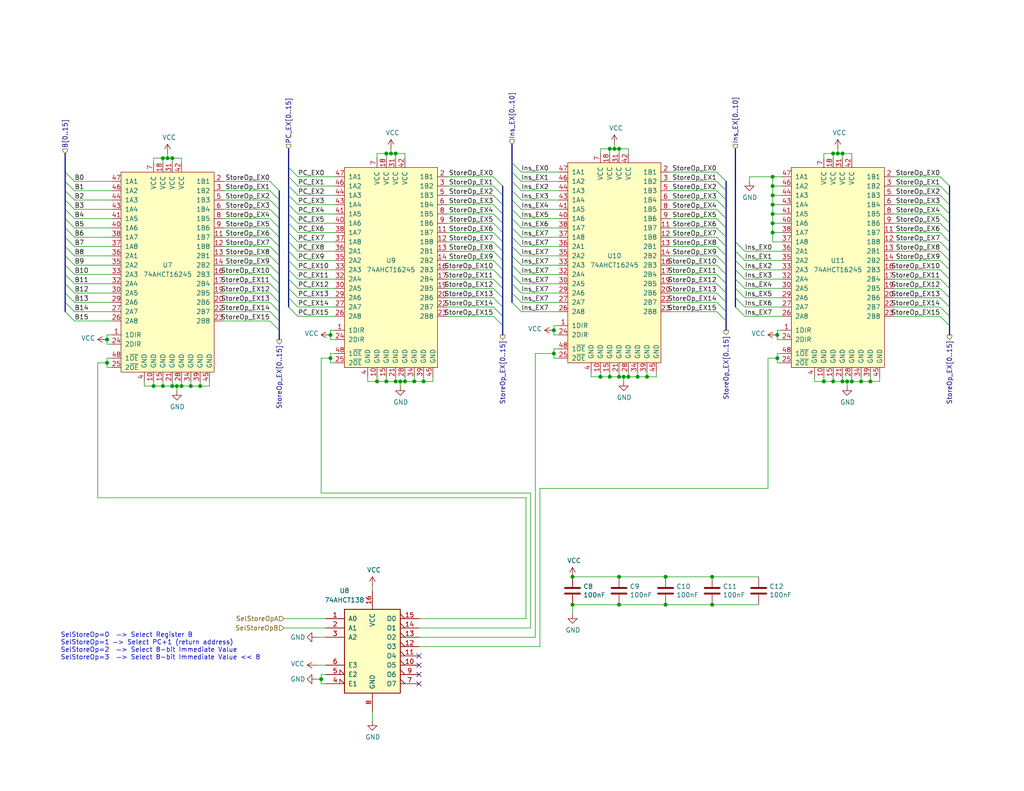
<source format=kicad_sch>
(kicad_sch (version 20211123) (generator eeschema)
  (paper "USLetter")
  (title_block (title "Select Store Operand") (date "2022-04-12") (rev "A") (comment 3 "the program counter value, or an eight-bit immediate value.") (comment 4 "The Store Operand can be taken from either the value on port B of the register file,"))
  (lib_symbols
    (symbol "74xx (kicad5):74AHCT16245_ab" (pin_names (offset 1.016))
      (property "Reference" "U" (at 0 1.27 0))
      (property "Value" "74AHCT16245_ab" (at 0 -1.27 0))
      (symbol "74AHCT16245_ab_0_1"
        (rectangle (start -12.7 26.67) (end 12.7 -27.94) (fill (type background)))
      )
      (symbol "74AHCT16245_ab_1_1"
        (pin input line (at -15.24 -17.78 0) (length 2.54) (name "1DIR") (number "1"))
        (pin power_in line (at -3.81 -30.48 90) (length 2.54) (name "GND") (number "10"))
        (pin tri_state line (at 15.24 8.89 180) (length 2.54) (name "1B7") (number "11"))
        (pin tri_state line (at 15.24 6.35 180) (length 2.54) (name "1B8") (number "12"))
        (pin tri_state line (at 15.24 3.81 180) (length 2.54) (name "2B1") (number "13"))
        (pin tri_state line (at 15.24 1.27 180) (length 2.54) (name "2B2") (number "14"))
        (pin power_in line (at -1.27 -30.48 90) (length 2.54) (name "GND") (number "15"))
        (pin tri_state line (at 15.24 -1.27 180) (length 2.54) (name "2B3") (number "16"))
        (pin tri_state line (at 15.24 -3.81 180) (length 2.54) (name "2B4") (number "17"))
        (pin power_in line (at -1.27 29.21 270) (length 2.54) (name "VCC") (number "18"))
        (pin tri_state line (at 15.24 -6.35 180) (length 2.54) (name "2B5") (number "19"))
        (pin tri_state line (at 15.24 24.13 180) (length 2.54) (name "1B1") (number "2"))
        (pin tri_state line (at 15.24 -8.89 180) (length 2.54) (name "2B6") (number "20"))
        (pin power_in line (at 1.27 -30.48 90) (length 2.54) (name "GND") (number "21"))
        (pin tri_state line (at 15.24 -11.43 180) (length 2.54) (name "2B7") (number "22"))
        (pin tri_state line (at 15.24 -13.97 180) (length 2.54) (name "2B8") (number "23"))
        (pin input line (at -15.24 -20.32 0) (length 2.54) (name "2DIR") (number "24"))
        (pin input line (at -15.24 -26.67 0) (length 2.54) (name "2~{OE}") (number "25"))
        (pin input line (at -15.24 -13.97 0) (length 2.54) (name "2A8") (number "26"))
        (pin input line (at -15.24 -11.43 0) (length 2.54) (name "2A7") (number "27"))
        (pin power_in line (at 3.81 -30.48 90) (length 2.54) (name "GND") (number "28"))
        (pin input line (at -15.24 -8.89 0) (length 2.54) (name "2A6") (number "29"))
        (pin tri_state line (at 15.24 21.59 180) (length 2.54) (name "1B2") (number "3"))
        (pin input line (at -15.24 -6.35 0) (length 2.54) (name "2A5") (number "30"))
        (pin power_in line (at 1.27 29.21 270) (length 2.54) (name "VCC") (number "31"))
        (pin input line (at -15.24 -3.81 0) (length 2.54) (name "2A4") (number "32"))
        (pin input line (at -15.24 -1.27 0) (length 2.54) (name "2A3") (number "33"))
        (pin power_in line (at 6.35 -30.48 90) (length 2.54) (name "GND") (number "34"))
        (pin input line (at -15.24 1.27 0) (length 2.54) (name "2A2") (number "35"))
        (pin input line (at -15.24 3.81 0) (length 2.54) (name "2A1") (number "36"))
        (pin input line (at -15.24 6.35 0) (length 2.54) (name "1A8") (number "37"))
        (pin input line (at -15.24 8.89 0) (length 2.54) (name "1A7") (number "38"))
        (pin power_in line (at 8.89 -30.48 90) (length 2.54) (name "GND") (number "39"))
        (pin power_in line (at -6.35 -30.48 90) (length 2.54) (name "GND") (number "4"))
        (pin input line (at -15.24 11.43 0) (length 2.54) (name "1A6") (number "40"))
        (pin input line (at -15.24 13.97 0) (length 2.54) (name "1A5") (number "41"))
        (pin power_in line (at 3.81 29.21 270) (length 2.54) (name "VCC") (number "42"))
        (pin input line (at -15.24 16.51 0) (length 2.54) (name "1A4") (number "43"))
        (pin input line (at -15.24 19.05 0) (length 2.54) (name "1A3") (number "44"))
        (pin power_in line (at 11.43 -30.48 90) (length 2.54) (name "GND") (number "45"))
        (pin input line (at -15.24 21.59 0) (length 2.54) (name "1A2") (number "46"))
        (pin input line (at -15.24 24.13 0) (length 2.54) (name "1A1") (number "47"))
        (pin input line (at -15.24 -24.13 0) (length 2.54) (name "1~{OE}") (number "48"))
        (pin tri_state line (at 15.24 19.05 180) (length 2.54) (name "1B3") (number "5"))
        (pin tri_state line (at 15.24 16.51 180) (length 2.54) (name "1B4") (number "6"))
        (pin power_in line (at -3.81 29.21 270) (length 2.54) (name "VCC") (number "7"))
        (pin tri_state line (at 15.24 13.97 180) (length 2.54) (name "1B5") (number "8"))
        (pin tri_state line (at 15.24 11.43 180) (length 2.54) (name "1B6") (number "9"))
      )
    )
    (symbol "74xx:74LS138" (pin_names (offset 1.016))
      (property "Reference" "U" (at -7.62 11.43 0))
      (property "Value" "74LS138" (at -7.62 -13.97 0))
      (symbol "74LS138_1_0"
        (pin input line (at -12.7 7.62 0) (length 5.08) (name "A0") (number "1"))
        (pin output output_low (at 12.7 -5.08 180) (length 5.08) (name "O5") (number "10"))
        (pin output output_low (at 12.7 -2.54 180) (length 5.08) (name "O4") (number "11"))
        (pin output output_low (at 12.7 0 180) (length 5.08) (name "O3") (number "12"))
        (pin output output_low (at 12.7 2.54 180) (length 5.08) (name "O2") (number "13"))
        (pin output output_low (at 12.7 5.08 180) (length 5.08) (name "O1") (number "14"))
        (pin output output_low (at 12.7 7.62 180) (length 5.08) (name "O0") (number "15"))
        (pin power_in line (at 0 15.24 270) (length 5.08) (name "VCC") (number "16"))
        (pin input line (at -12.7 5.08 0) (length 5.08) (name "A1") (number "2"))
        (pin input line (at -12.7 2.54 0) (length 5.08) (name "A2") (number "3"))
        (pin input input_low (at -12.7 -10.16 0) (length 5.08) (name "E1") (number "4"))
        (pin input input_low (at -12.7 -7.62 0) (length 5.08) (name "E2") (number "5"))
        (pin input line (at -12.7 -5.08 0) (length 5.08) (name "E3") (number "6"))
        (pin output output_low (at 12.7 -10.16 180) (length 5.08) (name "O7") (number "7"))
        (pin power_in line (at 0 -17.78 90) (length 5.08) (name "GND") (number "8"))
        (pin output output_low (at 12.7 -7.62 180) (length 5.08) (name "O6") (number "9"))
      )
      (symbol "74LS138_1_1"
        (rectangle (start -7.62 10.16) (end 7.62 -12.7) (stroke (width 0.254)) (fill (type background)))
      )
    )
    (symbol "Device:C" (pin_numbers hide) (pin_names (offset 0.254))
      (property "Reference" "C" (at 0.635 2.54 0))
      (property "Value" "C" (at 0.635 -2.54 0))
      (symbol "C_0_1"
        (polyline (pts (xy -2.032 -0.762) (xy 2.032 -0.762)) (stroke (width 0.508)))
        (polyline (pts (xy -2.032 0.762) (xy 2.032 0.762)) (stroke (width 0.508)))
      )
      (symbol "C_1_1"
        (pin passive line (at 0 3.81 270) (length 2.794) (name "~") (number "1"))
        (pin passive line (at 0 -3.81 90) (length 2.794) (name "~") (number "2"))
      )
    )
    (symbol "power:GND" (power) (pin_names (offset 0))
      (property "Value" "GND" (at 0 -3.81 0))
      (symbol "GND_0_1"
        (polyline (pts (xy 0 0) (xy 0 -1.27) (xy 1.27 -1.27) (xy 0 -2.54) (xy -1.27 -1.27) (xy 0 -1.27)))
      )
      (symbol "GND_1_1"
        (pin power_in line (at 0 0 270) (length 0) hide (name "GND") (number "1"))
      )
    )
    (symbol "power:VCC" (power) (pin_names (offset 0))
      (property "Value" "VCC" (at 0 3.81 0))
      (symbol "VCC_0_1"
        (polyline (pts (xy -0.762 1.27) (xy 0 2.54)))
        (polyline (pts (xy 0 0) (xy 0 2.54)))
        (polyline (pts (xy 0 2.54) (xy 0.762 1.27)))
      )
      (symbol "VCC_1_1"
        (pin power_in line (at 0 0 90) (length 0) hide (name "VCC") (number "1"))
      )
    )
  )
  (junction (at 176.53 102.87))
  (junction (at 212.09 91.44))
  (junction (at 181.61 165.1))
  (junction (at 29.21 92.71))
  (junction (at 228.6 41.91))
  (junction (at 107.95 104.14))
  (junction (at 227.33 41.91))
  (junction (at 87.63 185.42))
  (junction (at 181.61 157.48))
  (junction (at 168.91 102.87))
  (junction (at 167.64 40.64))
  (junction (at 210.82 50.8))
  (junction (at 212.09 97.79))
  (junction (at 52.07 105.41))
  (junction (at 46.99 43.18))
  (junction (at 224.79 104.14))
  (junction (at 46.99 105.41))
  (junction (at 105.41 41.91))
  (junction (at 106.68 41.91))
  (junction (at 210.82 60.96))
  (junction (at 229.87 41.91))
  (junction (at 170.18 102.87))
  (junction (at 156.21 157.48))
  (junction (at 171.45 102.87))
  (junction (at 231.14 104.14))
  (junction (at 166.37 40.64))
  (junction (at 102.87 104.14))
  (junction (at 44.45 43.18))
  (junction (at 210.82 53.34))
  (junction (at 115.57 104.14))
  (junction (at 163.83 102.87))
  (junction (at 194.31 165.1))
  (junction (at 110.49 104.14))
  (junction (at 237.49 104.14))
  (junction (at 210.82 55.88))
  (junction (at 49.53 105.41))
  (junction (at 166.37 102.87))
  (junction (at 107.95 41.91))
  (junction (at 151.13 96.52))
  (junction (at 105.41 104.14))
  (junction (at 41.91 105.41))
  (junction (at 194.31 157.48))
  (junction (at 44.45 105.41))
  (junction (at 29.21 99.06))
  (junction (at 227.33 104.14))
  (junction (at 168.91 40.64))
  (junction (at 54.61 105.41))
  (junction (at 234.95 104.14))
  (junction (at 210.82 63.5))
  (junction (at 90.17 97.79))
  (junction (at 48.26 105.41))
  (junction (at 232.41 104.14))
  (junction (at 210.82 48.26))
  (junction (at 113.03 104.14))
  (junction (at 151.13 90.17))
  (junction (at 156.21 165.1))
  (junction (at 109.22 104.14))
  (junction (at 168.91 165.1))
  (junction (at 173.99 102.87))
  (junction (at 90.17 91.44))
  (junction (at 168.91 157.48))
  (junction (at 210.82 58.42))
  (junction (at 229.87 104.14))
  (junction (at 45.72 43.18))
  (no_connect (at 114.3 181.61))
  (no_connect (at 114.3 184.15))
  (no_connect (at 114.3 186.69))
  (no_connect (at 114.3 179.07))
  (bus_entry (at 142.24 54.61) (size -2.54 -2.54))
  (bus_entry (at 203.2 73.66) (size -2.54 -2.54))
  (bus_entry (at 198.12 82.55) (size -2.54 -2.54))
  (bus_entry (at 17.78 85.09) (size 2.54 2.54))
  (bus_entry (at 81.28 55.88) (size -2.54 -2.54))
  (bus_entry (at 81.28 78.74) (size -2.54 -2.54))
  (bus_entry (at 17.78 59.69) (size 2.54 2.54))
  (bus_entry (at 259.08 55.88) (size -2.54 -2.54))
  (bus_entry (at 142.24 85.09) (size -2.54 -2.54))
  (bus_entry (at 81.28 83.82) (size -2.54 -2.54))
  (bus_entry (at 76.2 80.01) (size -2.54 -2.54))
  (bus_entry (at 203.2 78.74) (size -2.54 -2.54))
  (bus_entry (at 137.16 66.04) (size -2.54 -2.54))
  (bus_entry (at 198.12 57.15) (size -2.54 -2.54))
  (bus_entry (at 142.24 49.53) (size -2.54 -2.54))
  (bus_entry (at 76.2 54.61) (size -2.54 -2.54))
  (bus_entry (at 142.24 62.23) (size -2.54 -2.54))
  (bus_entry (at 17.78 72.39) (size 2.54 2.54))
  (bus_entry (at 198.12 62.23) (size -2.54 -2.54))
  (bus_entry (at 17.78 46.99) (size 2.54 2.54))
  (bus_entry (at 137.16 83.82) (size -2.54 -2.54))
  (bus_entry (at 203.2 71.12) (size -2.54 -2.54))
  (bus_entry (at 259.08 68.58) (size -2.54 -2.54))
  (bus_entry (at 17.78 62.23) (size 2.54 2.54))
  (bus_entry (at 76.2 64.77) (size -2.54 -2.54))
  (bus_entry (at 17.78 54.61) (size 2.54 2.54))
  (bus_entry (at 137.16 68.58) (size -2.54 -2.54))
  (bus_entry (at 259.08 66.04) (size -2.54 -2.54))
  (bus_entry (at 137.16 78.74) (size -2.54 -2.54))
  (bus_entry (at 203.2 81.28) (size -2.54 -2.54))
  (bus_entry (at 198.12 77.47) (size -2.54 -2.54))
  (bus_entry (at 198.12 87.63) (size -2.54 -2.54))
  (bus_entry (at 142.24 46.99) (size -2.54 -2.54))
  (bus_entry (at 137.16 71.12) (size -2.54 -2.54))
  (bus_entry (at 198.12 49.53) (size -2.54 -2.54))
  (bus_entry (at 17.78 77.47) (size 2.54 2.54))
  (bus_entry (at 81.28 63.5) (size -2.54 -2.54))
  (bus_entry (at 81.28 76.2) (size -2.54 -2.54))
  (bus_entry (at 17.78 69.85) (size 2.54 2.54))
  (bus_entry (at 198.12 72.39) (size -2.54 -2.54))
  (bus_entry (at 142.24 82.55) (size -2.54 -2.54))
  (bus_entry (at 198.12 69.85) (size -2.54 -2.54))
  (bus_entry (at 137.16 63.5) (size -2.54 -2.54))
  (bus_entry (at 259.08 86.36) (size -2.54 -2.54))
  (bus_entry (at 76.2 85.09) (size -2.54 -2.54))
  (bus_entry (at 142.24 59.69) (size -2.54 -2.54))
  (bus_entry (at 198.12 52.07) (size -2.54 -2.54))
  (bus_entry (at 198.12 85.09) (size -2.54 -2.54))
  (bus_entry (at 259.08 73.66) (size -2.54 -2.54))
  (bus_entry (at 259.08 78.74) (size -2.54 -2.54))
  (bus_entry (at 259.08 63.5) (size -2.54 -2.54))
  (bus_entry (at 76.2 90.17) (size -2.54 -2.54))
  (bus_entry (at 142.24 57.15) (size -2.54 -2.54))
  (bus_entry (at 259.08 58.42) (size -2.54 -2.54))
  (bus_entry (at 137.16 58.42) (size -2.54 -2.54))
  (bus_entry (at 259.08 50.8) (size -2.54 -2.54))
  (bus_entry (at 259.08 88.9) (size -2.54 -2.54))
  (bus_entry (at 17.78 52.07) (size 2.54 2.54))
  (bus_entry (at 17.78 74.93) (size 2.54 2.54))
  (bus_entry (at 198.12 59.69) (size -2.54 -2.54))
  (bus_entry (at 76.2 77.47) (size -2.54 -2.54))
  (bus_entry (at 81.28 71.12) (size -2.54 -2.54))
  (bus_entry (at 137.16 50.8) (size -2.54 -2.54))
  (bus_entry (at 137.16 76.2) (size -2.54 -2.54))
  (bus_entry (at 81.28 53.34) (size -2.54 -2.54))
  (bus_entry (at 81.28 66.04) (size -2.54 -2.54))
  (bus_entry (at 17.78 82.55) (size 2.54 2.54))
  (bus_entry (at 17.78 80.01) (size 2.54 2.54))
  (bus_entry (at 81.28 73.66) (size -2.54 -2.54))
  (bus_entry (at 17.78 64.77) (size 2.54 2.54))
  (bus_entry (at 142.24 69.85) (size -2.54 -2.54))
  (bus_entry (at 81.28 68.58) (size -2.54 -2.54))
  (bus_entry (at 81.28 48.26) (size -2.54 -2.54))
  (bus_entry (at 76.2 52.07) (size -2.54 -2.54))
  (bus_entry (at 259.08 81.28) (size -2.54 -2.54))
  (bus_entry (at 259.08 71.12) (size -2.54 -2.54))
  (bus_entry (at 203.2 76.2) (size -2.54 -2.54))
  (bus_entry (at 142.24 64.77) (size -2.54 -2.54))
  (bus_entry (at 198.12 67.31) (size -2.54 -2.54))
  (bus_entry (at 203.2 83.82) (size -2.54 -2.54))
  (bus_entry (at 76.2 82.55) (size -2.54 -2.54))
  (bus_entry (at 142.24 74.93) (size -2.54 -2.54))
  (bus_entry (at 76.2 69.85) (size -2.54 -2.54))
  (bus_entry (at 137.16 81.28) (size -2.54 -2.54))
  (bus_entry (at 81.28 58.42) (size -2.54 -2.54))
  (bus_entry (at 76.2 74.93) (size -2.54 -2.54))
  (bus_entry (at 137.16 53.34) (size -2.54 -2.54))
  (bus_entry (at 137.16 55.88) (size -2.54 -2.54))
  (bus_entry (at 137.16 73.66) (size -2.54 -2.54))
  (bus_entry (at 259.08 60.96) (size -2.54 -2.54))
  (bus_entry (at 17.78 57.15) (size 2.54 2.54))
  (bus_entry (at 76.2 59.69) (size -2.54 -2.54))
  (bus_entry (at 198.12 74.93) (size -2.54 -2.54))
  (bus_entry (at 17.78 49.53) (size 2.54 2.54))
  (bus_entry (at 203.2 86.36) (size -2.54 -2.54))
  (bus_entry (at 198.12 64.77) (size -2.54 -2.54))
  (bus_entry (at 259.08 83.82) (size -2.54 -2.54))
  (bus_entry (at 259.08 53.34) (size -2.54 -2.54))
  (bus_entry (at 203.2 68.58) (size -2.54 -2.54))
  (bus_entry (at 198.12 80.01) (size -2.54 -2.54))
  (bus_entry (at 81.28 86.36) (size -2.54 -2.54))
  (bus_entry (at 142.24 77.47) (size -2.54 -2.54))
  (bus_entry (at 142.24 72.39) (size -2.54 -2.54))
  (bus_entry (at 76.2 62.23) (size -2.54 -2.54))
  (bus_entry (at 81.28 50.8) (size -2.54 -2.54))
  (bus_entry (at 76.2 87.63) (size -2.54 -2.54))
  (bus_entry (at 142.24 52.07) (size -2.54 -2.54))
  (bus_entry (at 76.2 67.31) (size -2.54 -2.54))
  (bus_entry (at 142.24 67.31) (size -2.54 -2.54))
  (bus_entry (at 17.78 67.31) (size 2.54 2.54))
  (bus_entry (at 137.16 86.36) (size -2.54 -2.54))
  (bus_entry (at 198.12 54.61) (size -2.54 -2.54))
  (bus_entry (at 76.2 72.39) (size -2.54 -2.54))
  (bus_entry (at 259.08 76.2) (size -2.54 -2.54))
  (bus_entry (at 137.16 88.9) (size -2.54 -2.54))
  (bus_entry (at 81.28 60.96) (size -2.54 -2.54))
  (bus_entry (at 137.16 60.96) (size -2.54 -2.54))
  (bus_entry (at 142.24 80.01) (size -2.54 -2.54))
  (bus_entry (at 76.2 57.15) (size -2.54 -2.54))
  (bus_entry (at 81.28 81.28) (size -2.54 -2.54))
  (wire (pts (xy 203.2 86.36) (xy 213.36 86.36)))
  (wire (pts (xy 105.41 41.91) (xy 106.68 41.91)))
  (wire (pts (xy 134.62 58.42) (xy 121.92 58.42)))
  (wire (pts (xy 29.21 100.33) (xy 30.48 100.33)))
  (bus (pts (xy 139.7 64.77) (xy 139.7 67.31)))
  (bus (pts (xy 137.16 50.8) (xy 137.16 53.34)))
  (bus (pts (xy 139.7 69.85) (xy 139.7 72.39)))
  (wire (pts (xy 20.32 49.53) (xy 30.48 49.53)))
  (bus (pts (xy 17.78 67.31) (xy 17.78 69.85)))
  (wire (pts (xy 44.45 104.14) (xy 44.45 105.41)))
  (bus (pts (xy 259.08 78.74) (xy 259.08 81.28)))
  (bus (pts (xy 76.2 87.63) (xy 76.2 90.17)))
  (wire (pts (xy 87.63 134.62) (xy 144.78 134.62)))
  (wire (pts (xy 113.03 104.14) (xy 115.57 104.14)))
  (wire (pts (xy 109.22 104.14) (xy 110.49 104.14)))
  (wire (pts (xy 109.22 105.41) (xy 109.22 104.14)))
  (bus (pts (xy 76.2 57.15) (xy 76.2 59.69)))
  (bus (pts (xy 198.12 57.15) (xy 198.12 59.69)))
  (bus (pts (xy 259.08 58.42) (xy 259.08 60.96)))
  (wire (pts (xy 173.99 102.87) (xy 176.53 102.87)))
  (wire (pts (xy 91.44 90.17) (xy 90.17 90.17)))
  (bus (pts (xy 17.78 46.99) (xy 17.78 49.53)))
  (wire (pts (xy 134.62 78.74) (xy 121.92 78.74)))
  (wire (pts (xy 102.87 41.91) (xy 105.41 41.91)))
  (wire (pts (xy 20.32 72.39) (xy 30.48 72.39)))
  (wire (pts (xy 156.21 167.64) (xy 156.21 165.1)))
  (wire (pts (xy 90.17 97.79) (xy 90.17 99.06)))
  (wire (pts (xy 115.57 104.14) (xy 118.11 104.14)))
  (wire (pts (xy 256.54 55.88) (xy 243.84 55.88)))
  (wire (pts (xy 87.63 186.69) (xy 88.9 186.69)))
  (wire (pts (xy 134.62 73.66) (xy 121.92 73.66)))
  (wire (pts (xy 73.66 69.85) (xy 60.96 69.85)))
  (wire (pts (xy 73.66 74.93) (xy 60.96 74.93)))
  (wire (pts (xy 151.13 88.9) (xy 151.13 90.17)))
  (bus (pts (xy 17.78 64.77) (xy 17.78 67.31)))
  (bus (pts (xy 198.12 80.01) (xy 198.12 82.55)))
  (bus (pts (xy 198.12 52.07) (xy 198.12 54.61)))
  (wire (pts (xy 152.4 91.44) (xy 151.13 91.44)))
  (wire (pts (xy 142.24 67.31) (xy 152.4 67.31)))
  (bus (pts (xy 139.7 49.53) (xy 139.7 52.07)))
  (bus (pts (xy 17.78 80.01) (xy 17.78 82.55)))
  (wire (pts (xy 237.49 102.87) (xy 237.49 104.14)))
  (wire (pts (xy 73.66 57.15) (xy 60.96 57.15)))
  (wire (pts (xy 20.32 67.31) (xy 30.48 67.31)))
  (wire (pts (xy 90.17 96.52) (xy 90.17 97.79)))
  (bus (pts (xy 78.74 66.04) (xy 78.74 68.58)))
  (wire (pts (xy 88.9 184.15) (xy 87.63 184.15)))
  (bus (pts (xy 259.08 73.66) (xy 259.08 76.2)))
  (wire (pts (xy 110.49 102.87) (xy 110.49 104.14)))
  (bus (pts (xy 200.66 76.2) (xy 200.66 78.74)))
  (wire (pts (xy 29.21 99.06) (xy 29.21 100.33)))
  (wire (pts (xy 176.53 102.87) (xy 179.07 102.87)))
  (bus (pts (xy 76.2 80.01) (xy 76.2 82.55)))
  (wire (pts (xy 166.37 102.87) (xy 168.91 102.87)))
  (wire (pts (xy 210.82 50.8) (xy 210.82 48.26)))
  (wire (pts (xy 232.41 41.91) (xy 232.41 43.18)))
  (wire (pts (xy 256.54 81.28) (xy 243.84 81.28)))
  (wire (pts (xy 110.49 41.91) (xy 110.49 43.18)))
  (wire (pts (xy 173.99 101.6) (xy 173.99 102.87)))
  (wire (pts (xy 107.95 104.14) (xy 109.22 104.14)))
  (bus (pts (xy 139.7 74.93) (xy 139.7 77.47)))
  (bus (pts (xy 259.08 88.9) (xy 259.08 91.44)))
  (wire (pts (xy 146.05 96.52) (xy 146.05 173.99)))
  (bus (pts (xy 200.66 66.04) (xy 200.66 68.58)))
  (wire (pts (xy 142.24 69.85) (xy 152.4 69.85)))
  (wire (pts (xy 142.24 80.01) (xy 152.4 80.01)))
  (wire (pts (xy 195.58 59.69) (xy 182.88 59.69)))
  (wire (pts (xy 29.21 91.44) (xy 29.21 92.71)))
  (wire (pts (xy 73.66 59.69) (xy 60.96 59.69)))
  (wire (pts (xy 114.3 176.53) (xy 147.32 176.53)))
  (wire (pts (xy 48.26 106.68) (xy 48.26 105.41)))
  (wire (pts (xy 195.58 69.85) (xy 182.88 69.85)))
  (wire (pts (xy 106.68 40.64) (xy 106.68 41.91)))
  (wire (pts (xy 102.87 102.87) (xy 102.87 104.14)))
  (bus (pts (xy 76.2 67.31) (xy 76.2 69.85)))
  (bus (pts (xy 78.74 58.42) (xy 78.74 60.96)))
  (wire (pts (xy 134.62 60.96) (xy 121.92 60.96)))
  (wire (pts (xy 91.44 96.52) (xy 90.17 96.52)))
  (wire (pts (xy 81.28 71.12) (xy 91.44 71.12)))
  (wire (pts (xy 142.24 64.77) (xy 152.4 64.77)))
  (bus (pts (xy 137.16 53.34) (xy 137.16 55.88)))
  (wire (pts (xy 87.63 184.15) (xy 87.63 185.42)))
  (bus (pts (xy 78.74 68.58) (xy 78.74 71.12)))
  (wire (pts (xy 20.32 57.15) (xy 30.48 57.15)))
  (wire (pts (xy 29.21 93.98) (xy 29.21 92.71)))
  (wire (pts (xy 227.33 104.14) (xy 229.87 104.14)))
  (wire (pts (xy 41.91 44.45) (xy 41.91 43.18)))
  (bus (pts (xy 137.16 73.66) (xy 137.16 76.2)))
  (wire (pts (xy 195.58 80.01) (xy 182.88 80.01)))
  (wire (pts (xy 203.2 73.66) (xy 213.36 73.66)))
  (wire (pts (xy 102.87 104.14) (xy 105.41 104.14)))
  (wire (pts (xy 222.25 102.87) (xy 222.25 104.14)))
  (wire (pts (xy 90.17 99.06) (xy 91.44 99.06)))
  (wire (pts (xy 81.28 66.04) (xy 91.44 66.04)))
  (wire (pts (xy 134.62 50.8) (xy 121.92 50.8)))
  (bus (pts (xy 17.78 72.39) (xy 17.78 74.93)))
  (wire (pts (xy 151.13 96.52) (xy 151.13 97.79)))
  (wire (pts (xy 142.24 49.53) (xy 152.4 49.53)))
  (wire (pts (xy 234.95 102.87) (xy 234.95 104.14)))
  (wire (pts (xy 142.24 74.93) (xy 152.4 74.93)))
  (bus (pts (xy 76.2 59.69) (xy 76.2 62.23)))
  (wire (pts (xy 181.61 157.48) (xy 194.31 157.48)))
  (wire (pts (xy 26.67 135.89) (xy 143.51 135.89)))
  (wire (pts (xy 100.33 102.87) (xy 100.33 104.14)))
  (wire (pts (xy 210.82 48.26) (xy 213.36 48.26)))
  (bus (pts (xy 198.12 49.53) (xy 198.12 52.07)))
  (bus (pts (xy 200.66 78.74) (xy 200.66 81.28)))
  (wire (pts (xy 115.57 102.87) (xy 115.57 104.14)))
  (wire (pts (xy 52.07 104.14) (xy 52.07 105.41)))
  (wire (pts (xy 134.62 71.12) (xy 121.92 71.12)))
  (wire (pts (xy 256.54 76.2) (xy 243.84 76.2)))
  (wire (pts (xy 224.79 41.91) (xy 227.33 41.91)))
  (wire (pts (xy 73.66 77.47) (xy 60.96 77.47)))
  (wire (pts (xy 81.28 68.58) (xy 91.44 68.58)))
  (bus (pts (xy 78.74 71.12) (xy 78.74 73.66)))
  (wire (pts (xy 168.91 40.64) (xy 168.91 41.91)))
  (wire (pts (xy 102.87 43.18) (xy 102.87 41.91)))
  (bus (pts (xy 259.08 50.8) (xy 259.08 53.34)))
  (wire (pts (xy 20.32 87.63) (xy 30.48 87.63)))
  (wire (pts (xy 81.28 50.8) (xy 91.44 50.8)))
  (wire (pts (xy 195.58 72.39) (xy 182.88 72.39)))
  (wire (pts (xy 77.47 168.91) (xy 88.9 168.91)))
  (wire (pts (xy 195.58 74.93) (xy 182.88 74.93)))
  (bus (pts (xy 76.2 64.77) (xy 76.2 67.31)))
  (wire (pts (xy 224.79 43.18) (xy 224.79 41.91)))
  (wire (pts (xy 203.2 78.74) (xy 213.36 78.74)))
  (wire (pts (xy 39.37 104.14) (xy 39.37 105.41)))
  (wire (pts (xy 105.41 104.14) (xy 107.95 104.14)))
  (wire (pts (xy 110.49 104.14) (xy 113.03 104.14)))
  (wire (pts (xy 151.13 97.79) (xy 152.4 97.79)))
  (wire (pts (xy 73.66 85.09) (xy 60.96 85.09)))
  (wire (pts (xy 142.24 77.47) (xy 152.4 77.47)))
  (bus (pts (xy 200.66 81.28) (xy 200.66 83.82)))
  (wire (pts (xy 203.2 71.12) (xy 213.36 71.12)))
  (bus (pts (xy 139.7 67.31) (xy 139.7 69.85)))
  (wire (pts (xy 212.09 99.06) (xy 213.36 99.06)))
  (wire (pts (xy 142.24 85.09) (xy 152.4 85.09)))
  (wire (pts (xy 147.32 133.35) (xy 147.32 176.53)))
  (wire (pts (xy 73.66 82.55) (xy 60.96 82.55)))
  (bus (pts (xy 137.16 58.42) (xy 137.16 60.96)))
  (bus (pts (xy 76.2 54.61) (xy 76.2 57.15)))
  (wire (pts (xy 49.53 105.41) (xy 52.07 105.41)))
  (bus (pts (xy 139.7 54.61) (xy 139.7 57.15)))
  (bus (pts (xy 259.08 81.28) (xy 259.08 83.82)))
  (wire (pts (xy 213.36 55.88) (xy 210.82 55.88)))
  (wire (pts (xy 181.61 165.1) (xy 168.91 165.1)))
  (wire (pts (xy 46.99 43.18) (xy 46.99 44.45)))
  (wire (pts (xy 73.66 64.77) (xy 60.96 64.77)))
  (wire (pts (xy 209.55 97.79) (xy 209.55 133.35)))
  (wire (pts (xy 52.07 105.41) (xy 54.61 105.41)))
  (wire (pts (xy 237.49 104.14) (xy 240.03 104.14)))
  (wire (pts (xy 171.45 102.87) (xy 173.99 102.87)))
  (bus (pts (xy 78.74 60.96) (xy 78.74 63.5)))
  (bus (pts (xy 139.7 39.37) (xy 139.7 44.45)))
  (wire (pts (xy 142.24 57.15) (xy 152.4 57.15)))
  (wire (pts (xy 212.09 96.52) (xy 212.09 97.79)))
  (wire (pts (xy 73.66 67.31) (xy 60.96 67.31)))
  (wire (pts (xy 73.66 87.63) (xy 60.96 87.63)))
  (wire (pts (xy 105.41 43.18) (xy 105.41 41.91)))
  (wire (pts (xy 234.95 104.14) (xy 237.49 104.14)))
  (wire (pts (xy 195.58 57.15) (xy 182.88 57.15)))
  (bus (pts (xy 139.7 80.01) (xy 139.7 82.55)))
  (wire (pts (xy 134.62 86.36) (xy 121.92 86.36)))
  (wire (pts (xy 195.58 52.07) (xy 182.88 52.07)))
  (bus (pts (xy 76.2 69.85) (xy 76.2 72.39)))
  (wire (pts (xy 44.45 44.45) (xy 44.45 43.18)))
  (wire (pts (xy 168.91 40.64) (xy 171.45 40.64)))
  (wire (pts (xy 195.58 67.31) (xy 182.88 67.31)))
  (wire (pts (xy 29.21 97.79) (xy 29.21 99.06)))
  (wire (pts (xy 101.6 194.31) (xy 101.6 196.85)))
  (bus (pts (xy 137.16 60.96) (xy 137.16 63.5)))
  (bus (pts (xy 139.7 57.15) (xy 139.7 59.69)))
  (wire (pts (xy 134.62 68.58) (xy 121.92 68.58)))
  (wire (pts (xy 20.32 62.23) (xy 30.48 62.23)))
  (wire (pts (xy 134.62 55.88) (xy 121.92 55.88)))
  (wire (pts (xy 195.58 49.53) (xy 182.88 49.53)))
  (wire (pts (xy 73.66 52.07) (xy 60.96 52.07)))
  (bus (pts (xy 200.66 40.64) (xy 200.66 66.04)))
  (wire (pts (xy 168.91 157.48) (xy 181.61 157.48)))
  (bus (pts (xy 139.7 52.07) (xy 139.7 54.61)))
  (bus (pts (xy 137.16 81.28) (xy 137.16 83.82)))
  (wire (pts (xy 224.79 102.87) (xy 224.79 104.14)))
  (wire (pts (xy 90.17 97.79) (xy 87.63 97.79)))
  (bus (pts (xy 17.78 52.07) (xy 17.78 54.61)))
  (wire (pts (xy 73.66 72.39) (xy 60.96 72.39)))
  (wire (pts (xy 212.09 97.79) (xy 212.09 99.06)))
  (wire (pts (xy 209.55 133.35) (xy 147.32 133.35)))
  (wire (pts (xy 87.63 185.42) (xy 87.63 186.69)))
  (wire (pts (xy 146.05 96.52) (xy 151.13 96.52)))
  (bus (pts (xy 78.74 78.74) (xy 78.74 81.28)))
  (wire (pts (xy 81.28 55.88) (xy 91.44 55.88)))
  (wire (pts (xy 156.21 157.48) (xy 168.91 157.48)))
  (wire (pts (xy 210.82 63.5) (xy 210.82 66.04)))
  (wire (pts (xy 45.72 43.18) (xy 46.99 43.18)))
  (wire (pts (xy 213.36 58.42) (xy 210.82 58.42)))
  (wire (pts (xy 203.2 76.2) (xy 213.36 76.2)))
  (wire (pts (xy 144.78 134.62) (xy 144.78 171.45)))
  (wire (pts (xy 41.91 104.14) (xy 41.91 105.41)))
  (wire (pts (xy 142.24 54.61) (xy 152.4 54.61)))
  (wire (pts (xy 168.91 101.6) (xy 168.91 102.87)))
  (bus (pts (xy 76.2 74.93) (xy 76.2 77.47)))
  (bus (pts (xy 137.16 68.58) (xy 137.16 71.12)))
  (wire (pts (xy 212.09 90.17) (xy 212.09 91.44)))
  (bus (pts (xy 259.08 60.96) (xy 259.08 63.5)))
  (bus (pts (xy 259.08 53.34) (xy 259.08 55.88)))
  (bus (pts (xy 198.12 62.23) (xy 198.12 64.77)))
  (bus (pts (xy 259.08 76.2) (xy 259.08 78.74)))
  (wire (pts (xy 195.58 54.61) (xy 182.88 54.61)))
  (wire (pts (xy 210.82 60.96) (xy 210.82 63.5)))
  (wire (pts (xy 176.53 101.6) (xy 176.53 102.87)))
  (bus (pts (xy 139.7 46.99) (xy 139.7 49.53)))
  (wire (pts (xy 210.82 58.42) (xy 210.82 60.96)))
  (bus (pts (xy 78.74 40.64) (xy 78.74 45.72)))
  (wire (pts (xy 256.54 53.34) (xy 243.84 53.34)))
  (bus (pts (xy 137.16 76.2) (xy 137.16 78.74)))
  (wire (pts (xy 210.82 58.42) (xy 210.82 55.88)))
  (wire (pts (xy 256.54 66.04) (xy 243.84 66.04)))
  (wire (pts (xy 163.83 102.87) (xy 166.37 102.87)))
  (wire (pts (xy 134.62 83.82) (xy 121.92 83.82)))
  (bus (pts (xy 200.66 68.58) (xy 200.66 71.12)))
  (wire (pts (xy 213.36 96.52) (xy 212.09 96.52)))
  (wire (pts (xy 20.32 82.55) (xy 30.48 82.55)))
  (wire (pts (xy 240.03 104.14) (xy 240.03 102.87)))
  (bus (pts (xy 198.12 54.61) (xy 198.12 57.15)))
  (wire (pts (xy 256.54 78.74) (xy 243.84 78.74)))
  (wire (pts (xy 195.58 62.23) (xy 182.88 62.23)))
  (wire (pts (xy 213.36 60.96) (xy 210.82 60.96)))
  (bus (pts (xy 137.16 88.9) (xy 137.16 91.44)))
  (wire (pts (xy 26.67 99.06) (xy 26.67 135.89)))
  (bus (pts (xy 17.78 57.15) (xy 17.78 59.69)))
  (wire (pts (xy 229.87 41.91) (xy 229.87 43.18)))
  (bus (pts (xy 78.74 76.2) (xy 78.74 78.74)))
  (wire (pts (xy 39.37 105.41) (xy 41.91 105.41)))
  (wire (pts (xy 46.99 105.41) (xy 48.26 105.41)))
  (bus (pts (xy 259.08 71.12) (xy 259.08 73.66)))
  (wire (pts (xy 73.66 80.01) (xy 60.96 80.01)))
  (wire (pts (xy 210.82 66.04) (xy 213.36 66.04)))
  (wire (pts (xy 227.33 43.18) (xy 227.33 41.91)))
  (wire (pts (xy 20.32 80.01) (xy 30.48 80.01)))
  (wire (pts (xy 163.83 40.64) (xy 166.37 40.64)))
  (wire (pts (xy 44.45 43.18) (xy 45.72 43.18)))
  (wire (pts (xy 167.64 40.64) (xy 168.91 40.64)))
  (bus (pts (xy 259.08 83.82) (xy 259.08 86.36)))
  (wire (pts (xy 142.24 82.55) (xy 152.4 82.55)))
  (bus (pts (xy 17.78 77.47) (xy 17.78 80.01)))
  (bus (pts (xy 139.7 62.23) (xy 139.7 64.77)))
  (wire (pts (xy 41.91 43.18) (xy 44.45 43.18)))
  (wire (pts (xy 229.87 41.91) (xy 232.41 41.91)))
  (wire (pts (xy 90.17 90.17) (xy 90.17 91.44)))
  (wire (pts (xy 20.32 59.69) (xy 30.48 59.69)))
  (wire (pts (xy 81.28 76.2) (xy 91.44 76.2)))
  (bus (pts (xy 137.16 66.04) (xy 137.16 68.58)))
  (wire (pts (xy 194.31 165.1) (xy 181.61 165.1)))
  (bus (pts (xy 17.78 59.69) (xy 17.78 62.23)))
  (wire (pts (xy 168.91 102.87) (xy 170.18 102.87)))
  (bus (pts (xy 78.74 53.34) (xy 78.74 55.88)))
  (bus (pts (xy 76.2 77.47) (xy 76.2 80.01)))
  (wire (pts (xy 229.87 102.87) (xy 229.87 104.14)))
  (wire (pts (xy 151.13 91.44) (xy 151.13 90.17)))
  (wire (pts (xy 231.14 104.14) (xy 232.41 104.14)))
  (wire (pts (xy 73.66 49.53) (xy 60.96 49.53)))
  (bus (pts (xy 17.78 62.23) (xy 17.78 64.77)))
  (wire (pts (xy 207.01 165.1) (xy 194.31 165.1)))
  (wire (pts (xy 142.24 62.23) (xy 152.4 62.23)))
  (wire (pts (xy 256.54 50.8) (xy 243.84 50.8)))
  (wire (pts (xy 90.17 92.71) (xy 90.17 91.44)))
  (wire (pts (xy 106.68 41.91) (xy 107.95 41.91)))
  (wire (pts (xy 118.11 104.14) (xy 118.11 102.87)))
  (wire (pts (xy 213.36 90.17) (xy 212.09 90.17)))
  (bus (pts (xy 17.78 49.53) (xy 17.78 52.07)))
  (wire (pts (xy 30.48 97.79) (xy 29.21 97.79)))
  (wire (pts (xy 57.15 105.41) (xy 57.15 104.14)))
  (wire (pts (xy 86.36 173.99) (xy 88.9 173.99)))
  (wire (pts (xy 91.44 92.71) (xy 90.17 92.71)))
  (bus (pts (xy 17.78 41.91) (xy 17.78 46.99)))
  (wire (pts (xy 81.28 73.66) (xy 91.44 73.66)))
  (wire (pts (xy 142.24 59.69) (xy 152.4 59.69)))
  (wire (pts (xy 81.28 83.82) (xy 91.44 83.82)))
  (wire (pts (xy 49.53 43.18) (xy 49.53 44.45)))
  (wire (pts (xy 44.45 105.41) (xy 46.99 105.41)))
  (bus (pts (xy 259.08 55.88) (xy 259.08 58.42)))
  (wire (pts (xy 20.32 69.85) (xy 30.48 69.85)))
  (wire (pts (xy 212.09 92.71) (xy 212.09 91.44)))
  (bus (pts (xy 198.12 87.63) (xy 198.12 90.17)))
  (wire (pts (xy 179.07 102.87) (xy 179.07 101.6)))
  (wire (pts (xy 194.31 157.48) (xy 207.01 157.48)))
  (bus (pts (xy 200.66 73.66) (xy 200.66 76.2)))
  (wire (pts (xy 195.58 46.99) (xy 182.88 46.99)))
  (bus (pts (xy 78.74 81.28) (xy 78.74 83.82)))
  (wire (pts (xy 134.62 66.04) (xy 121.92 66.04)))
  (wire (pts (xy 54.61 105.41) (xy 57.15 105.41)))
  (wire (pts (xy 168.91 165.1) (xy 156.21 165.1)))
  (wire (pts (xy 81.28 53.34) (xy 91.44 53.34)))
  (wire (pts (xy 256.54 86.36) (xy 243.84 86.36)))
  (wire (pts (xy 81.28 86.36) (xy 91.44 86.36)))
  (bus (pts (xy 76.2 62.23) (xy 76.2 64.77)))
  (wire (pts (xy 48.26 105.41) (xy 49.53 105.41)))
  (wire (pts (xy 41.91 105.41) (xy 44.45 105.41)))
  (wire (pts (xy 213.36 53.34) (xy 210.82 53.34)))
  (bus (pts (xy 139.7 59.69) (xy 139.7 62.23)))
  (wire (pts (xy 114.3 173.99) (xy 146.05 173.99)))
  (bus (pts (xy 200.66 71.12) (xy 200.66 73.66)))
  (wire (pts (xy 20.32 85.09) (xy 30.48 85.09)))
  (wire (pts (xy 107.95 41.91) (xy 107.95 43.18)))
  (bus (pts (xy 137.16 55.88) (xy 137.16 58.42)))
  (wire (pts (xy 195.58 64.77) (xy 182.88 64.77)))
  (wire (pts (xy 73.66 54.61) (xy 60.96 54.61)))
  (wire (pts (xy 170.18 104.14) (xy 170.18 102.87)))
  (wire (pts (xy 46.99 43.18) (xy 49.53 43.18)))
  (bus (pts (xy 76.2 82.55) (xy 76.2 85.09)))
  (bus (pts (xy 198.12 85.09) (xy 198.12 87.63)))
  (wire (pts (xy 161.29 101.6) (xy 161.29 102.87)))
  (wire (pts (xy 227.33 41.91) (xy 228.6 41.91)))
  (wire (pts (xy 46.99 104.14) (xy 46.99 105.41)))
  (wire (pts (xy 20.32 52.07) (xy 30.48 52.07)))
  (bus (pts (xy 78.74 55.88) (xy 78.74 58.42)))
  (wire (pts (xy 107.95 102.87) (xy 107.95 104.14)))
  (bus (pts (xy 76.2 52.07) (xy 76.2 54.61)))
  (wire (pts (xy 49.53 104.14) (xy 49.53 105.41)))
  (wire (pts (xy 100.33 104.14) (xy 102.87 104.14)))
  (wire (pts (xy 256.54 68.58) (xy 243.84 68.58)))
  (wire (pts (xy 166.37 101.6) (xy 166.37 102.87)))
  (bus (pts (xy 78.74 48.26) (xy 78.74 50.8)))
  (bus (pts (xy 259.08 63.5) (xy 259.08 66.04)))
  (bus (pts (xy 137.16 78.74) (xy 137.16 81.28)))
  (wire (pts (xy 166.37 40.64) (xy 167.64 40.64)))
  (wire (pts (xy 151.13 95.25) (xy 151.13 96.52)))
  (wire (pts (xy 101.6 160.02) (xy 101.6 161.29)))
  (wire (pts (xy 29.21 99.06) (xy 26.67 99.06)))
  (bus (pts (xy 78.74 45.72) (xy 78.74 48.26)))
  (wire (pts (xy 134.62 63.5) (xy 121.92 63.5)))
  (wire (pts (xy 256.54 60.96) (xy 243.84 60.96)))
  (wire (pts (xy 228.6 41.91) (xy 229.87 41.91)))
  (wire (pts (xy 161.29 102.87) (xy 163.83 102.87)))
  (wire (pts (xy 256.54 71.12) (xy 243.84 71.12)))
  (wire (pts (xy 30.48 93.98) (xy 29.21 93.98)))
  (wire (pts (xy 229.87 104.14) (xy 231.14 104.14)))
  (wire (pts (xy 212.09 97.79) (xy 209.55 97.79)))
  (wire (pts (xy 86.36 181.61) (xy 88.9 181.61)))
  (bus (pts (xy 137.16 71.12) (xy 137.16 73.66)))
  (bus (pts (xy 198.12 64.77) (xy 198.12 67.31)))
  (wire (pts (xy 20.32 74.93) (xy 30.48 74.93)))
  (wire (pts (xy 134.62 76.2) (xy 121.92 76.2)))
  (wire (pts (xy 195.58 82.55) (xy 182.88 82.55)))
  (wire (pts (xy 143.51 135.89) (xy 143.51 168.91)))
  (wire (pts (xy 87.63 97.79) (xy 87.63 134.62)))
  (wire (pts (xy 195.58 85.09) (xy 182.88 85.09)))
  (wire (pts (xy 167.64 39.37) (xy 167.64 40.64)))
  (bus (pts (xy 17.78 69.85) (xy 17.78 72.39)))
  (wire (pts (xy 213.36 63.5) (xy 210.82 63.5)))
  (wire (pts (xy 81.28 78.74) (xy 91.44 78.74)))
  (wire (pts (xy 170.18 102.87) (xy 171.45 102.87)))
  (wire (pts (xy 86.36 185.42) (xy 87.63 185.42)))
  (wire (pts (xy 81.28 63.5) (xy 91.44 63.5)))
  (wire (pts (xy 107.95 41.91) (xy 110.49 41.91)))
  (bus (pts (xy 259.08 86.36) (xy 259.08 88.9)))
  (wire (pts (xy 231.14 105.41) (xy 231.14 104.14)))
  (bus (pts (xy 259.08 68.58) (xy 259.08 71.12)))
  (wire (pts (xy 171.45 101.6) (xy 171.45 102.87)))
  (wire (pts (xy 81.28 58.42) (xy 91.44 58.42)))
  (bus (pts (xy 76.2 72.39) (xy 76.2 74.93)))
  (bus (pts (xy 259.08 66.04) (xy 259.08 68.58)))
  (wire (pts (xy 134.62 48.26) (xy 121.92 48.26)))
  (wire (pts (xy 213.36 92.71) (xy 212.09 92.71)))
  (wire (pts (xy 73.66 62.23) (xy 60.96 62.23)))
  (wire (pts (xy 228.6 40.64) (xy 228.6 41.91)))
  (wire (pts (xy 256.54 73.66) (xy 243.84 73.66)))
  (wire (pts (xy 142.24 46.99) (xy 152.4 46.99)))
  (bus (pts (xy 137.16 63.5) (xy 137.16 66.04)))
  (wire (pts (xy 113.03 102.87) (xy 113.03 104.14)))
  (wire (pts (xy 20.32 54.61) (xy 30.48 54.61)))
  (bus (pts (xy 198.12 69.85) (xy 198.12 72.39)))
  (bus (pts (xy 17.78 74.93) (xy 17.78 77.47)))
  (bus (pts (xy 139.7 72.39) (xy 139.7 74.93)))
  (wire (pts (xy 166.37 41.91) (xy 166.37 40.64)))
  (wire (pts (xy 142.24 72.39) (xy 152.4 72.39)))
  (bus (pts (xy 76.2 85.09) (xy 76.2 87.63)))
  (wire (pts (xy 152.4 88.9) (xy 151.13 88.9)))
  (wire (pts (xy 20.32 64.77) (xy 30.48 64.77)))
  (wire (pts (xy 227.33 102.87) (xy 227.33 104.14)))
  (wire (pts (xy 232.41 104.14) (xy 234.95 104.14)))
  (bus (pts (xy 198.12 74.93) (xy 198.12 77.47)))
  (bus (pts (xy 137.16 86.36) (xy 137.16 88.9)))
  (wire (pts (xy 256.54 48.26) (xy 243.84 48.26)))
  (wire (pts (xy 256.54 63.5) (xy 243.84 63.5)))
  (bus (pts (xy 198.12 72.39) (xy 198.12 74.93)))
  (wire (pts (xy 81.28 48.26) (xy 91.44 48.26)))
  (bus (pts (xy 78.74 63.5) (xy 78.74 66.04)))
  (bus (pts (xy 78.74 73.66) (xy 78.74 76.2)))
  (wire (pts (xy 213.36 50.8) (xy 210.82 50.8)))
  (wire (pts (xy 222.25 104.14) (xy 224.79 104.14)))
  (wire (pts (xy 142.24 52.07) (xy 152.4 52.07)))
  (wire (pts (xy 105.41 102.87) (xy 105.41 104.14)))
  (wire (pts (xy 224.79 104.14) (xy 227.33 104.14)))
  (bus (pts (xy 78.74 50.8) (xy 78.74 53.34)))
  (wire (pts (xy 210.82 55.88) (xy 210.82 53.34)))
  (bus (pts (xy 198.12 67.31) (xy 198.12 69.85)))
  (bus (pts (xy 137.16 83.82) (xy 137.16 86.36)))
  (bus (pts (xy 139.7 44.45) (xy 139.7 46.99)))
  (wire (pts (xy 77.47 171.45) (xy 88.9 171.45)))
  (wire (pts (xy 203.2 81.28) (xy 213.36 81.28)))
  (wire (pts (xy 20.32 77.47) (xy 30.48 77.47)))
  (wire (pts (xy 204.47 49.53) (xy 204.47 48.26)))
  (wire (pts (xy 195.58 77.47) (xy 182.88 77.47)))
  (wire (pts (xy 144.78 171.45) (xy 114.3 171.45)))
  (wire (pts (xy 152.4 95.25) (xy 151.13 95.25)))
  (wire (pts (xy 45.72 41.91) (xy 45.72 43.18)))
  (bus (pts (xy 198.12 82.55) (xy 198.12 85.09)))
  (wire (pts (xy 210.82 53.34) (xy 210.82 50.8)))
  (wire (pts (xy 163.83 41.91) (xy 163.83 40.64)))
  (bus (pts (xy 139.7 77.47) (xy 139.7 80.01)))
  (bus (pts (xy 17.78 82.55) (xy 17.78 85.09)))
  (wire (pts (xy 134.62 53.34) (xy 121.92 53.34)))
  (wire (pts (xy 204.47 48.26) (xy 210.82 48.26)))
  (wire (pts (xy 171.45 40.64) (xy 171.45 41.91)))
  (wire (pts (xy 163.83 101.6) (xy 163.83 102.87)))
  (wire (pts (xy 30.48 91.44) (xy 29.21 91.44)))
  (bus (pts (xy 198.12 59.69) (xy 198.12 62.23)))
  (wire (pts (xy 256.54 83.82) (xy 243.84 83.82)))
  (wire (pts (xy 203.2 68.58) (xy 213.36 68.58)))
  (bus (pts (xy 198.12 77.47) (xy 198.12 80.01)))
  (wire (pts (xy 203.2 83.82) (xy 213.36 83.82)))
  (wire (pts (xy 143.51 168.91) (xy 114.3 168.91)))
  (wire (pts (xy 232.41 102.87) (xy 232.41 104.14)))
  (wire (pts (xy 81.28 60.96) (xy 91.44 60.96)))
  (wire (pts (xy 256.54 58.42) (xy 243.84 58.42)))
  (wire (pts (xy 134.62 81.28) (xy 121.92 81.28)))
  (wire (pts (xy 54.61 104.14) (xy 54.61 105.41)))
  (wire (pts (xy 81.28 81.28) (xy 91.44 81.28)))
  (bus (pts (xy 17.78 54.61) (xy 17.78 57.15)))
  (bus (pts (xy 76.2 90.17) (xy 76.2 92.71)))
  (text "SelStoreOp=0  —> Select Register B\nSelStoreOp=1 —> Select PC+1 (return address)\nSelStoreOp=2  —> Select 8-bit Immediate Value\nSelStoreOp=3  —> Select 8-bit Immediate Value << 8" (at 16.51 180.34 0) (effects (font (size 1.27 1.27)) (justify left bottom)))
  (label "StoreOp_EX10" (at 256.54 73.66 180))
  (label "StoreOp_EX7" (at 195.58 64.77 180))
  (label "StoreOp_EX13" (at 134.62 81.28 180))
  (label "StoreOp_EX6" (at 73.66 64.77 180))
  (label "B11" (at 20.32 77.47 0))
  (label "Ins_EX3" (at 142.24 54.61 0))
  (label "B8" (at 20.32 69.85 0))
  (label "StoreOp_EX7" (at 256.54 66.04 180))
  (label "StoreOp_EX10" (at 195.58 72.39 180))
  (label "PC_EX8" (at 81.28 68.58 0))
  (label "Ins_EX6" (at 203.2 83.82 0))
  (label "StoreOp_EX11" (at 134.62 76.2 180))
  (label "PC_EX0" (at 81.28 48.26 0))
  (label "StoreOp_EX14" (at 73.66 85.09 180))
  (label "StoreOp_EX4" (at 73.66 59.69 180))
  (label "B10" (at 20.32 74.93 0))
  (label "StoreOp_EX11" (at 256.54 76.2 180))
  (label "B12" (at 20.32 80.01 0))
  (label "StoreOp_EX11" (at 73.66 77.47 180))
  (label "StoreOp_EX10" (at 73.66 74.93 180))
  (label "PC_EX10" (at 81.28 73.66 0))
  (label "StoreOp_EX15" (at 256.54 86.36 180))
  (label "B15" (at 20.32 87.63 0))
  (label "StoreOp_EX3" (at 256.54 55.88 180))
  (label "PC_EX4" (at 81.28 58.42 0))
  (label "Ins_EX7" (at 142.24 74.93 0))
  (label "StoreOp_EX5" (at 195.58 59.69 180))
  (label "StoreOp_EX6" (at 256.54 63.5 180))
  (label "StoreOp_EX4" (at 134.62 58.42 180))
  (label "B2" (at 20.32 54.61 0))
  (label "StoreOp_EX15" (at 134.62 86.36 180))
  (label "StoreOp_EX2" (at 256.54 53.34 180))
  (label "StoreOp_EX4" (at 195.58 57.15 180))
  (label "StoreOp_EX8" (at 195.58 67.31 180))
  (label "StoreOp_EX13" (at 195.58 80.01 180))
  (label "StoreOp_EX14" (at 256.54 83.82 180))
  (label "B0" (at 20.32 49.53 0))
  (label "StoreOp_EX4" (at 256.54 58.42 180))
  (label "StoreOp_EX8" (at 134.62 68.58 180))
  (label "PC_EX13" (at 81.28 81.28 0))
  (label "Ins_EX7" (at 203.2 86.36 0))
  (label "PC_EX3" (at 81.28 55.88 0))
  (label "StoreOp_EX0" (at 256.54 48.26 180))
  (label "StoreOp_EX13" (at 256.54 81.28 180))
  (label "Ins_EX7" (at 142.24 72.39 0))
  (label "Ins_EX7" (at 142.24 85.09 0))
  (label "PC_EX9" (at 81.28 71.12 0))
  (label "Ins_EX0" (at 203.2 68.58 0))
  (label "StoreOp_EX12" (at 195.58 77.47 180))
  (label "Ins_EX7" (at 142.24 64.77 0))
  (label "StoreOp_EX3" (at 73.66 57.15 180))
  (label "StoreOp_EX7" (at 134.62 66.04 180))
  (label "B3" (at 20.32 57.15 0))
  (label "StoreOp_EX2" (at 195.58 52.07 180))
  (label "Ins_EX7" (at 142.24 80.01 0))
  (label "Ins_EX1" (at 203.2 71.12 0))
  (label "StoreOp_EX6" (at 195.58 62.23 180))
  (label "PC_EX2" (at 81.28 53.34 0))
  (label "PC_EX6" (at 81.28 63.5 0))
  (label "StoreOp_EX14" (at 134.62 83.82 180))
  (label "Ins_EX1" (at 142.24 49.53 0))
  (label "Ins_EX2" (at 142.24 52.07 0))
  (label "StoreOp_EX15" (at 73.66 87.63 180))
  (label "Ins_EX7" (at 142.24 77.47 0))
  (label "Ins_EX3" (at 203.2 76.2 0))
  (label "StoreOp_EX12" (at 256.54 78.74 180))
  (label "B1" (at 20.32 52.07 0))
  (label "PC_EX5" (at 81.28 60.96 0))
  (label "StoreOp_EX12" (at 134.62 78.74 180))
  (label "PC_EX11" (at 81.28 76.2 0))
  (label "StoreOp_EX2" (at 73.66 54.61 180))
  (label "StoreOp_EX9" (at 256.54 71.12 180))
  (label "B14" (at 20.32 85.09 0))
  (label "StoreOp_EX5" (at 256.54 60.96 180))
  (label "StoreOp_EX7" (at 73.66 67.31 180))
  (label "StoreOp_EX3" (at 134.62 55.88 180))
  (label "StoreOp_EX8" (at 256.54 68.58 180))
  (label "Ins_EX7" (at 142.24 82.55 0))
  (label "StoreOp_EX11" (at 195.58 74.93 180))
  (label "StoreOp_EX3" (at 195.58 54.61 180))
  (label "StoreOp_EX5" (at 73.66 62.23 180))
  (label "Ins_EX6" (at 142.24 62.23 0))
  (label "StoreOp_EX5" (at 134.62 60.96 180))
  (label "B9" (at 20.32 72.39 0))
  (label "StoreOp_EX6" (at 134.62 63.5 180))
  (label "StoreOp_EX0" (at 195.58 46.99 180))
  (label "Ins_EX2" (at 203.2 73.66 0))
  (label "B4" (at 20.32 59.69 0))
  (label "Ins_EX7" (at 142.24 67.31 0))
  (label "B13" (at 20.32 82.55 0))
  (label "StoreOp_EX9" (at 73.66 72.39 180))
  (label "PC_EX14" (at 81.28 83.82 0))
  (label "Ins_EX4" (at 142.24 57.15 0))
  (label "StoreOp_EX1" (at 134.62 50.8 180))
  (label "Ins_EX7" (at 142.24 69.85 0))
  (label "StoreOp_EX9" (at 134.62 71.12 180))
  (label "Ins_EX5" (at 142.24 59.69 0))
  (label "B6" (at 20.32 64.77 0))
  (label "PC_EX7" (at 81.28 66.04 0))
  (label "StoreOp_EX10" (at 134.62 73.66 180))
  (label "Ins_EX0" (at 142.24 46.99 0))
  (label "StoreOp_EX1" (at 256.54 50.8 180))
  (label "PC_EX12" (at 81.28 78.74 0))
  (label "Ins_EX5" (at 203.2 81.28 0))
  (label "B5" (at 20.32 62.23 0))
  (label "StoreOp_EX0" (at 134.62 48.26 180))
  (label "StoreOp_EX13" (at 73.66 82.55 180))
  (label "StoreOp_EX14" (at 195.58 82.55 180))
  (label "StoreOp_EX2" (at 134.62 53.34 180))
  (label "StoreOp_EX8" (at 73.66 69.85 180))
  (label "PC_EX15" (at 81.28 86.36 0))
  (label "StoreOp_EX9" (at 195.58 69.85 180))
  (label "StoreOp_EX15" (at 195.58 85.09 180))
  (label "StoreOp_EX12" (at 73.66 80.01 180))
  (label "StoreOp_EX1" (at 195.58 49.53 180))
  (label "B7" (at 20.32 67.31 0))
  (label "Ins_EX4" (at 203.2 78.74 0))
  (label "StoreOp_EX1" (at 73.66 52.07 180))
  (label "StoreOp_EX0" (at 73.66 49.53 180))
  (label "PC_EX1" (at 81.28 50.8 0))
  (hierarchical_label "SelStoreOpB" (shape input) (at 77.47 171.45 180))
  (hierarchical_label "PC_EX[0..15]" (shape input) (at 78.74 40.64 90))
  (hierarchical_label "StoreOp_EX[0..15]" (shape output) (at 137.16 91.44 270))
  (hierarchical_label "StoreOp_EX[0..15]" (shape output) (at 76.2 92.71 270))
  (hierarchical_label "B[0..15]" (shape input) (at 17.78 41.91 90))
  (hierarchical_label "StoreOp_EX[0..15]" (shape output) (at 259.08 91.44 270))
  (hierarchical_label "Ins_EX[0..10]" (shape input) (at 200.66 40.64 90))
  (hierarchical_label "SelStoreOpA" (shape input) (at 77.47 168.91 180))
  (hierarchical_label "StoreOp_EX[0..15]" (shape output) (at 198.12 90.17 270))
  (hierarchical_label "Ins_EX[0..10]" (shape input) (at 139.7 39.37 90))
  (symbol (lib_id "Device:C") (at 156.21 161.29 0) (unit 1)
    (property "Reference" "C8" (at 159.131 160.1216 0) (effects (justify left)))
    (property "Value" "100nF" (at 159.131 162.433 0) (effects (justify left)))
    (property "Footprint" "Capacitor_SMD:C_0603_1608Metric_Pad1.08x0.95mm_HandSolder" (effects hide))
    (property "Mouser" "https://www.mouser.com/ProductDetail/963-EMK107B7104KAHT" (effects hide))
  )
  (symbol (lib_id "Device:C") (at 168.91 161.29 0) (unit 1)
    (property "Reference" "C9" (at 171.831 160.1216 0) (effects (justify left)))
    (property "Value" "100nF" (at 171.831 162.433 0) (effects (justify left)))
    (property "Footprint" "Capacitor_SMD:C_0603_1608Metric_Pad1.08x0.95mm_HandSolder" (effects hide))
    (property "Mouser" "https://www.mouser.com/ProductDetail/963-EMK107B7104KAHT" (effects hide))
  )
  (symbol (lib_id "power:VCC") (at 156.21 157.48 0) (unit 1)
    (property "Reference" "#PWR050" (effects hide))
    (property "Value" "VCC" (at 156.6418 153.0858 0))
  )
  (symbol (lib_id "power:GND") (at 156.21 167.64 0) (unit 1)
    (property "Reference" "#PWR051" (effects hide))
    (property "Value" "GND" (at 156.337 172.0342 0))
  )
  (symbol (lib_id "Device:C") (at 181.61 161.29 0) (unit 1)
    (property "Reference" "C10" (at 184.531 160.1216 0) (effects (justify left)))
    (property "Value" "100nF" (at 184.531 162.433 0) (effects (justify left)))
    (property "Footprint" "Capacitor_SMD:C_0603_1608Metric_Pad1.08x0.95mm_HandSolder" (effects hide))
    (property "Mouser" "https://www.mouser.com/ProductDetail/963-EMK107B7104KAHT" (effects hide))
  )
  (symbol (lib_id "Device:C") (at 194.31 161.29 0) (unit 1)
    (property "Reference" "C11" (at 197.231 160.1216 0) (effects (justify left)))
    (property "Value" "100nF" (at 197.231 162.433 0) (effects (justify left)))
    (property "Footprint" "Capacitor_SMD:C_0603_1608Metric_Pad1.08x0.95mm_HandSolder" (effects hide))
    (property "Mouser" "https://www.mouser.com/ProductDetail/963-EMK107B7104KAHT" (effects hide))
  )
  (symbol (lib_id "power:GND") (at 101.6 196.85 0) (unit 1)
    (property "Reference" "#PWR046" (effects hide))
    (property "Value" "GND" (at 101.727 201.2442 0))
  )
  (symbol (lib_id "power:VCC") (at 101.6 160.02 0) (unit 1)
    (property "Reference" "#PWR045" (effects hide))
    (property "Value" "VCC" (at 102.0318 155.6258 0))
  )
  (symbol (lib_id "74xx:74LS138") (at 101.6 176.53 0) (unit 1)
    (property "Reference" "U8" (at 93.98 161.29 0))
    (property "Value" "74AHCT138" (at 93.98 163.83 0))
    (property "Footprint" "Package_SO:TSSOP-16_4.4x5mm_P0.65mm" (effects hide))
    (property "Datasheet" "http://www.ti.com/lit/gpn/sn74LS138" (effects hide))
    (property "Mouser" "https://www.mouser.com/ProductDetail/Texas-Instruments/SN74AHCT138PWR?qs=X1HXWTtiZ0Qe%252BapR8HivMQ%3D%3D" (effects hide))
  )
  (symbol (lib_id "power:GND") (at 86.36 173.99 270) (unit 1)
    (property "Reference" "#PWR041" (effects hide))
    (property "Value" "GND" (at 81.28 173.99 90))
  )
  (symbol (lib_id "power:GND") (at 86.36 185.42 270) (unit 1)
    (property "Reference" "#PWR043" (effects hide))
    (property "Value" "GND" (at 81.28 185.42 90))
  )
  (symbol (lib_id "power:VCC") (at 86.36 181.61 90) (unit 1)
    (property "Reference" "#PWR042" (effects hide))
    (property "Value" "VCC" (at 83.1342 181.229 90) (effects (justify left)))
  )
  (symbol (lib_id "Device:C") (at 207.01 161.29 0) (unit 1)
    (property "Reference" "C12" (at 209.931 160.1216 0) (effects (justify left)))
    (property "Value" "100nF" (at 209.931 162.433 0) (effects (justify left)))
    (property "Footprint" "Capacitor_SMD:C_0603_1608Metric_Pad1.08x0.95mm_HandSolder" (effects hide))
    (property "Mouser" "https://www.mouser.com/ProductDetail/963-EMK107B7104KAHT" (effects hide))
  )
  (symbol (lib_id "power:VCC") (at 45.72 41.91 0) (unit 1)
    (property "Reference" "#PWR039" (effects hide))
    (property "Value" "VCC" (at 46.1518 37.5158 0))
  )
  (symbol (lib_id "power:GND") (at 48.26 106.68 0) (unit 1)
    (property "Reference" "#PWR040" (effects hide))
    (property "Value" "GND" (at 48.387 111.0742 0))
  )
  (symbol (lib_id "power:VCC") (at 29.21 92.71 90) (unit 1)
    (property "Reference" "#PWR038" (effects hide))
    (property "Value" "VCC" (at 25.9842 92.329 90) (effects (justify left)))
  )
  (symbol (lib_id "power:GND") (at 204.47 49.53 0) (unit 1)
    (property "Reference" "#PWR054" (effects hide))
    (property "Value" "GND" (at 204.597 53.9242 0))
  )
  (symbol (lib_id "74xx (kicad5):74AHCT16245_ab") (at 45.72 73.66 0) (unit 1)
    (property "Reference" "U7" (at 45.72 72.39 0))
    (property "Value" "74AHCT16245" (at 45.72 74.93 0))
    (property "Footprint" "Package_SO:TSSOP-48_6.1x12.5mm_P0.5mm" (effects hide))
    (property "Datasheet" "https://www.ti.com/lit/ds/symlink/sn74ahct16245.pdf?HQS=dis-mous-null-mousermode-dsf-pf-null-wwe&ts=1617319205092" (effects hide))
    (property "Mouser" "https://www.mouser.com/ProductDetail/Texas-Instruments/74AHCT16245DLRG4?qs=%2Fha2pyFaduixTLlQ%252B3rIFW8KDPMe6E5CxoQ2Fc519Y9S5BWJ%252B%2FVWeIYQshP1VtN3&utm_source=octopart&utm_medium=aggregator&utm_campaign=595-74AHCT16245DLRG4&utm_content=Texas%20Instruments" (effects hide))
  )
  (symbol (lib_id "power:VCC") (at 106.68 40.64 0) (unit 1)
    (property "Reference" "#PWR047" (effects hide))
    (property "Value" "VCC" (at 107.1118 36.2458 0))
  )
  (symbol (lib_id "power:GND") (at 109.22 105.41 0) (unit 1)
    (property "Reference" "#PWR048" (effects hide))
    (property "Value" "GND" (at 109.347 109.8042 0))
  )
  (symbol (lib_id "power:VCC") (at 90.17 91.44 90) (unit 1)
    (property "Reference" "#PWR044" (effects hide))
    (property "Value" "VCC" (at 86.9442 91.059 90) (effects (justify left)))
  )
  (symbol (lib_id "74xx (kicad5):74AHCT16245_ab") (at 106.68 72.39 0) (unit 1)
    (property "Reference" "U9" (at 106.68 71.12 0))
    (property "Value" "74AHCT16245" (at 106.68 73.66 0))
    (property "Footprint" "Package_SO:TSSOP-48_6.1x12.5mm_P0.5mm" (effects hide))
    (property "Datasheet" "https://www.ti.com/lit/ds/symlink/sn74ahct16245.pdf?HQS=dis-mous-null-mousermode-dsf-pf-null-wwe&ts=1617319205092" (effects hide))
    (property "Mouser" "https://www.mouser.com/ProductDetail/Texas-Instruments/74AHCT16245DLRG4?qs=%2Fha2pyFaduixTLlQ%252B3rIFW8KDPMe6E5CxoQ2Fc519Y9S5BWJ%252B%2FVWeIYQshP1VtN3&utm_source=octopart&utm_medium=aggregator&utm_campaign=595-74AHCT16245DLRG4&utm_content=Texas%20Instruments" (effects hide))
  )
  (symbol (lib_id "power:VCC") (at 167.64 39.37 0) (unit 1)
    (property "Reference" "#PWR052" (effects hide))
    (property "Value" "VCC" (at 168.0718 34.9758 0))
  )
  (symbol (lib_id "power:GND") (at 170.18 104.14 0) (unit 1)
    (property "Reference" "#PWR053" (effects hide))
    (property "Value" "GND" (at 170.307 108.5342 0))
  )
  (symbol (lib_id "power:VCC") (at 151.13 90.17 90) (unit 1)
    (property "Reference" "#PWR049" (effects hide))
    (property "Value" "VCC" (at 147.9042 89.789 90) (effects (justify left)))
  )
  (symbol (lib_id "74xx (kicad5):74AHCT16245_ab") (at 167.64 71.12 0) (unit 1)
    (property "Reference" "U10" (at 167.64 69.85 0))
    (property "Value" "74AHCT16245" (at 167.64 72.39 0))
    (property "Footprint" "Package_SO:TSSOP-48_6.1x12.5mm_P0.5mm" (effects hide))
    (property "Datasheet" "https://www.ti.com/lit/ds/symlink/sn74ahct16245.pdf?HQS=dis-mous-null-mousermode-dsf-pf-null-wwe&ts=1617319205092" (effects hide))
    (property "Mouser" "https://www.mouser.com/ProductDetail/Texas-Instruments/74AHCT16245DLRG4?qs=%2Fha2pyFaduixTLlQ%252B3rIFW8KDPMe6E5CxoQ2Fc519Y9S5BWJ%252B%2FVWeIYQshP1VtN3&utm_source=octopart&utm_medium=aggregator&utm_campaign=595-74AHCT16245DLRG4&utm_content=Texas%20Instruments" (effects hide))
  )
  (symbol (lib_id "power:VCC") (at 228.6 40.64 0) (unit 1)
    (property "Reference" "#PWR056" (effects hide))
    (property "Value" "VCC" (at 229.0318 36.2458 0))
  )
  (symbol (lib_id "power:GND") (at 231.14 105.41 0) (unit 1)
    (property "Reference" "#PWR057" (effects hide))
    (property "Value" "GND" (at 231.267 109.8042 0))
  )
  (symbol (lib_id "power:VCC") (at 212.09 91.44 90) (unit 1)
    (property "Reference" "#PWR055" (effects hide))
    (property "Value" "VCC" (at 208.8642 91.059 90) (effects (justify left)))
  )
  (symbol (lib_id "74xx (kicad5):74AHCT16245_ab") (at 228.6 72.39 0) (unit 1)
    (property "Reference" "U11" (at 228.6 71.12 0))
    (property "Value" "74AHCT16245" (at 228.6 73.66 0))
    (property "Footprint" "Package_SO:TSSOP-48_6.1x12.5mm_P0.5mm" (effects hide))
    (property "Datasheet" "https://www.ti.com/lit/ds/symlink/sn74ahct16245.pdf?HQS=dis-mous-null-mousermode-dsf-pf-null-wwe&ts=1617319205092" (effects hide))
    (property "Mouser" "https://www.mouser.com/ProductDetail/Texas-Instruments/74AHCT16245DLRG4?qs=%2Fha2pyFaduixTLlQ%252B3rIFW8KDPMe6E5CxoQ2Fc519Y9S5BWJ%252B%2FVWeIYQshP1VtN3&utm_source=octopart&utm_medium=aggregator&utm_campaign=595-74AHCT16245DLRG4&utm_content=Texas%20Instruments" (effects hide))
  )
)
</source>
